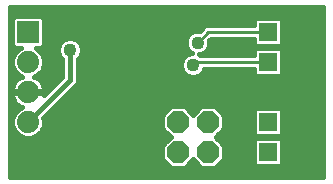
<source format=gbl>
G75*
%MOIN*%
%OFA0B0*%
%FSLAX25Y25*%
%IPPOS*%
%LPD*%
%AMOC8*
5,1,8,0,0,1.08239X$1,22.5*
%
%ADD10R,0.07400X0.07400*%
%ADD11C,0.07400*%
%ADD12R,0.06400X0.06400*%
%ADD13OC8,0.07400*%
%ADD14C,0.01600*%
%ADD15C,0.04362*%
%ADD16C,0.01000*%
D10*
X0009300Y0208233D03*
D11*
X0009300Y0198233D03*
X0009300Y0188233D03*
X0009300Y0178233D03*
D12*
X0089300Y0178233D03*
X0089300Y0168233D03*
X0089300Y0198233D03*
X0089300Y0208233D03*
D13*
X0069300Y0178233D03*
X0059300Y0178233D03*
X0059300Y0168233D03*
X0069300Y0168233D03*
D14*
X0003400Y0159833D02*
X0003400Y0216633D01*
X0107700Y0216633D01*
X0107700Y0159833D01*
X0003400Y0159833D01*
X0003400Y0161430D02*
X0107700Y0161430D01*
X0107700Y0163029D02*
X0071591Y0163029D01*
X0071495Y0162933D02*
X0074600Y0166038D01*
X0074600Y0170429D01*
X0071795Y0173233D01*
X0074600Y0176038D01*
X0074600Y0180429D01*
X0071495Y0183533D01*
X0067105Y0183533D01*
X0064300Y0180729D01*
X0061495Y0183533D01*
X0057105Y0183533D01*
X0054000Y0180429D01*
X0054000Y0176038D01*
X0056805Y0173233D01*
X0054000Y0170429D01*
X0054000Y0166038D01*
X0057105Y0162933D01*
X0061495Y0162933D01*
X0064300Y0165738D01*
X0067105Y0162933D01*
X0071495Y0162933D01*
X0073189Y0164627D02*
X0084500Y0164627D01*
X0084500Y0164371D02*
X0085437Y0163433D01*
X0093163Y0163433D01*
X0094100Y0164371D01*
X0094100Y0172096D01*
X0093163Y0173033D01*
X0085437Y0173033D01*
X0084500Y0172096D01*
X0084500Y0164371D01*
X0084500Y0166226D02*
X0074600Y0166226D01*
X0074600Y0167824D02*
X0084500Y0167824D01*
X0084500Y0169423D02*
X0074600Y0169423D01*
X0074007Y0171021D02*
X0084500Y0171021D01*
X0085024Y0172620D02*
X0072409Y0172620D01*
X0072780Y0174218D02*
X0084652Y0174218D01*
X0084500Y0174371D02*
X0085437Y0173433D01*
X0093163Y0173433D01*
X0094100Y0174371D01*
X0094100Y0182096D01*
X0093163Y0183033D01*
X0085437Y0183033D01*
X0084500Y0182096D01*
X0084500Y0174371D01*
X0084500Y0175817D02*
X0074379Y0175817D01*
X0074600Y0177415D02*
X0084500Y0177415D01*
X0084500Y0179014D02*
X0074600Y0179014D01*
X0074416Y0180612D02*
X0084500Y0180612D01*
X0084615Y0182211D02*
X0072818Y0182211D01*
X0065782Y0182211D02*
X0062818Y0182211D01*
X0055782Y0182211D02*
X0016955Y0182211D01*
X0018553Y0183810D02*
X0107700Y0183810D01*
X0107700Y0185408D02*
X0020152Y0185408D01*
X0021750Y0187007D02*
X0107700Y0187007D01*
X0107700Y0188605D02*
X0023349Y0188605D01*
X0024773Y0190029D02*
X0025504Y0190761D01*
X0025900Y0191716D01*
X0025900Y0199203D01*
X0026675Y0199978D01*
X0027281Y0201441D01*
X0027281Y0203025D01*
X0026675Y0204488D01*
X0025555Y0205608D01*
X0024092Y0206214D01*
X0022508Y0206214D01*
X0021045Y0205608D01*
X0019925Y0204488D01*
X0019319Y0203025D01*
X0019319Y0201441D01*
X0019925Y0199978D01*
X0020700Y0199203D01*
X0020700Y0193310D01*
X0014727Y0187337D01*
X0014800Y0187800D01*
X0014800Y0188033D01*
X0009500Y0188033D01*
X0009500Y0188433D01*
X0014800Y0188433D01*
X0014800Y0188666D01*
X0014665Y0189521D01*
X0014397Y0190345D01*
X0014004Y0191116D01*
X0013495Y0191816D01*
X0012883Y0192428D01*
X0012183Y0192937D01*
X0011411Y0193330D01*
X0011356Y0193348D01*
X0012302Y0193740D01*
X0013793Y0195231D01*
X0014600Y0197179D01*
X0014600Y0199288D01*
X0013793Y0201236D01*
X0012302Y0202726D01*
X0011803Y0202933D01*
X0013663Y0202933D01*
X0014600Y0203871D01*
X0014600Y0212596D01*
X0013663Y0213533D01*
X0004937Y0213533D01*
X0004000Y0212596D01*
X0004000Y0203871D01*
X0004937Y0202933D01*
X0006797Y0202933D01*
X0006298Y0202726D01*
X0004807Y0201236D01*
X0004000Y0199288D01*
X0004000Y0197179D01*
X0004807Y0195231D01*
X0006298Y0193740D01*
X0007244Y0193348D01*
X0007189Y0193330D01*
X0006417Y0192937D01*
X0005717Y0192428D01*
X0005105Y0191816D01*
X0004596Y0191116D01*
X0004203Y0190345D01*
X0003935Y0189521D01*
X0003800Y0188666D01*
X0003800Y0188433D01*
X0009100Y0188433D01*
X0009100Y0188033D01*
X0003800Y0188033D01*
X0003800Y0187800D01*
X0003935Y0186945D01*
X0004203Y0186122D01*
X0004596Y0185351D01*
X0005105Y0184650D01*
X0005717Y0184038D01*
X0006417Y0183529D01*
X0007189Y0183136D01*
X0007244Y0183118D01*
X0006298Y0182726D01*
X0004807Y0181236D01*
X0004000Y0179288D01*
X0004000Y0177179D01*
X0004807Y0175231D01*
X0006298Y0173740D01*
X0008246Y0172933D01*
X0010354Y0172933D01*
X0012302Y0173740D01*
X0013793Y0175231D01*
X0014600Y0177179D01*
X0014600Y0179288D01*
X0014433Y0179690D01*
X0024773Y0190029D01*
X0024947Y0190204D02*
X0107700Y0190204D01*
X0107700Y0191802D02*
X0025900Y0191802D01*
X0025900Y0193401D02*
X0063150Y0193401D01*
X0063508Y0193252D02*
X0065092Y0193252D01*
X0066555Y0193858D01*
X0067675Y0194978D01*
X0068071Y0195933D01*
X0084500Y0195933D01*
X0084500Y0194371D01*
X0085437Y0193433D01*
X0093163Y0193433D01*
X0094100Y0194371D01*
X0094100Y0202096D01*
X0093163Y0203033D01*
X0085437Y0203033D01*
X0084500Y0202096D01*
X0084500Y0200533D01*
X0066630Y0200533D01*
X0066555Y0200608D01*
X0066208Y0200752D01*
X0066592Y0200752D01*
X0068055Y0201358D01*
X0069175Y0202478D01*
X0069781Y0203941D01*
X0069781Y0205462D01*
X0070253Y0205933D01*
X0084500Y0205933D01*
X0084500Y0204371D01*
X0085437Y0203433D01*
X0093163Y0203433D01*
X0094100Y0204371D01*
X0094100Y0212096D01*
X0093163Y0213033D01*
X0085437Y0213033D01*
X0084500Y0212096D01*
X0084500Y0210533D01*
X0068347Y0210533D01*
X0066528Y0208714D01*
X0065008Y0208714D01*
X0063545Y0208108D01*
X0062425Y0206988D01*
X0061819Y0205525D01*
X0061819Y0203941D01*
X0062425Y0202478D01*
X0063545Y0201358D01*
X0063892Y0201214D01*
X0063508Y0201214D01*
X0062045Y0200608D01*
X0060925Y0199488D01*
X0060319Y0198025D01*
X0060319Y0196441D01*
X0060925Y0194978D01*
X0062045Y0193858D01*
X0063508Y0193252D01*
X0065450Y0193401D02*
X0107700Y0193401D01*
X0107700Y0194999D02*
X0094100Y0194999D01*
X0094100Y0196598D02*
X0107700Y0196598D01*
X0107700Y0198196D02*
X0094100Y0198196D01*
X0094100Y0199795D02*
X0107700Y0199795D01*
X0107700Y0201393D02*
X0094100Y0201393D01*
X0093204Y0202992D02*
X0107700Y0202992D01*
X0107700Y0204590D02*
X0094100Y0204590D01*
X0094100Y0206189D02*
X0107700Y0206189D01*
X0107700Y0207787D02*
X0094100Y0207787D01*
X0094100Y0209386D02*
X0107700Y0209386D01*
X0107700Y0210984D02*
X0094100Y0210984D01*
X0093613Y0212583D02*
X0107700Y0212583D01*
X0107700Y0214181D02*
X0003400Y0214181D01*
X0003400Y0212583D02*
X0004000Y0212583D01*
X0004000Y0210984D02*
X0003400Y0210984D01*
X0003400Y0209386D02*
X0004000Y0209386D01*
X0004000Y0207787D02*
X0003400Y0207787D01*
X0003400Y0206189D02*
X0004000Y0206189D01*
X0004000Y0204590D02*
X0003400Y0204590D01*
X0003400Y0202992D02*
X0004879Y0202992D01*
X0004964Y0201393D02*
X0003400Y0201393D01*
X0003400Y0199795D02*
X0004210Y0199795D01*
X0004000Y0198196D02*
X0003400Y0198196D01*
X0003400Y0196598D02*
X0004241Y0196598D01*
X0005039Y0194999D02*
X0003400Y0194999D01*
X0003400Y0193401D02*
X0007118Y0193401D01*
X0005094Y0191802D02*
X0003400Y0191802D01*
X0003400Y0190204D02*
X0004157Y0190204D01*
X0003800Y0188605D02*
X0003400Y0188605D01*
X0003400Y0187007D02*
X0003926Y0187007D01*
X0003400Y0185408D02*
X0004567Y0185408D01*
X0003400Y0183810D02*
X0006032Y0183810D01*
X0005782Y0182211D02*
X0003400Y0182211D01*
X0003400Y0180612D02*
X0004549Y0180612D01*
X0004000Y0179014D02*
X0003400Y0179014D01*
X0003400Y0177415D02*
X0004000Y0177415D01*
X0004564Y0175817D02*
X0003400Y0175817D01*
X0003400Y0174218D02*
X0005820Y0174218D01*
X0003400Y0172620D02*
X0056191Y0172620D01*
X0055820Y0174218D02*
X0012780Y0174218D01*
X0014036Y0175817D02*
X0054221Y0175817D01*
X0054000Y0177415D02*
X0014600Y0177415D01*
X0014600Y0179014D02*
X0054000Y0179014D01*
X0054184Y0180612D02*
X0015356Y0180612D01*
X0009300Y0178233D02*
X0023300Y0192233D01*
X0023300Y0202233D01*
X0020109Y0199795D02*
X0014390Y0199795D01*
X0014600Y0198196D02*
X0020700Y0198196D01*
X0020700Y0196598D02*
X0014359Y0196598D01*
X0013561Y0194999D02*
X0020700Y0194999D01*
X0020700Y0193401D02*
X0011482Y0193401D01*
X0013506Y0191802D02*
X0019192Y0191802D01*
X0017593Y0190204D02*
X0014443Y0190204D01*
X0014800Y0188605D02*
X0015995Y0188605D01*
X0025900Y0194999D02*
X0060916Y0194999D01*
X0060319Y0196598D02*
X0025900Y0196598D01*
X0025900Y0198196D02*
X0060390Y0198196D01*
X0061231Y0199795D02*
X0026491Y0199795D01*
X0027261Y0201393D02*
X0063510Y0201393D01*
X0062212Y0202992D02*
X0027281Y0202992D01*
X0026573Y0204590D02*
X0061819Y0204590D01*
X0062094Y0206189D02*
X0024154Y0206189D01*
X0022446Y0206189D02*
X0014600Y0206189D01*
X0014600Y0207787D02*
X0063224Y0207787D01*
X0067200Y0209386D02*
X0014600Y0209386D01*
X0014600Y0210984D02*
X0084500Y0210984D01*
X0084987Y0212583D02*
X0014600Y0212583D01*
X0003400Y0215780D02*
X0107700Y0215780D01*
X0085396Y0202992D02*
X0069388Y0202992D01*
X0069781Y0204590D02*
X0084500Y0204590D01*
X0084500Y0201393D02*
X0068090Y0201393D01*
X0067684Y0194999D02*
X0084500Y0194999D01*
X0093985Y0182211D02*
X0107700Y0182211D01*
X0107700Y0180612D02*
X0094100Y0180612D01*
X0094100Y0179014D02*
X0107700Y0179014D01*
X0107700Y0177415D02*
X0094100Y0177415D01*
X0094100Y0175817D02*
X0107700Y0175817D01*
X0107700Y0174218D02*
X0093948Y0174218D01*
X0093576Y0172620D02*
X0107700Y0172620D01*
X0107700Y0171021D02*
X0094100Y0171021D01*
X0094100Y0169423D02*
X0107700Y0169423D01*
X0107700Y0167824D02*
X0094100Y0167824D01*
X0094100Y0166226D02*
X0107700Y0166226D01*
X0107700Y0164627D02*
X0094100Y0164627D01*
X0067009Y0163029D02*
X0061591Y0163029D01*
X0063189Y0164627D02*
X0065411Y0164627D01*
X0057009Y0163029D02*
X0003400Y0163029D01*
X0003400Y0164627D02*
X0055411Y0164627D01*
X0054000Y0166226D02*
X0003400Y0166226D01*
X0003400Y0167824D02*
X0054000Y0167824D01*
X0054000Y0169423D02*
X0003400Y0169423D01*
X0003400Y0171021D02*
X0054593Y0171021D01*
X0019339Y0201393D02*
X0013636Y0201393D01*
X0013721Y0202992D02*
X0019319Y0202992D01*
X0020027Y0204590D02*
X0014600Y0204590D01*
D15*
X0023300Y0202233D03*
X0041300Y0208233D03*
X0065800Y0204733D03*
X0064300Y0197233D03*
X0096300Y0211233D03*
D16*
X0089300Y0208233D02*
X0069300Y0208233D01*
X0065800Y0204733D01*
X0065300Y0198233D02*
X0064300Y0197233D01*
X0065300Y0198233D02*
X0089300Y0198233D01*
M02*

</source>
